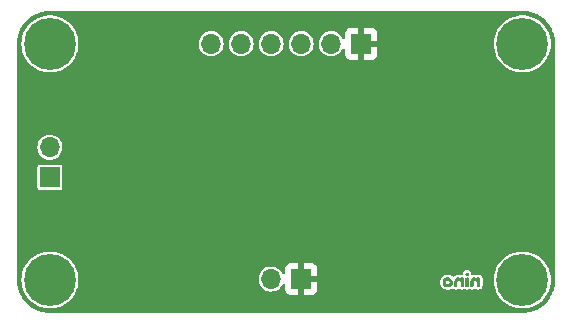
<source format=gbl>
%TF.GenerationSoftware,KiCad,Pcbnew,(6.0.0)*%
%TF.CreationDate,2023-02-05T21:46:31-06:00*%
%TF.ProjectId,drv8212p_eval,64727638-3231-4327-905f-6576616c2e6b,rev?*%
%TF.SameCoordinates,Original*%
%TF.FileFunction,Copper,L2,Bot*%
%TF.FilePolarity,Positive*%
%FSLAX46Y46*%
G04 Gerber Fmt 4.6, Leading zero omitted, Abs format (unit mm)*
G04 Created by KiCad (PCBNEW (6.0.0)) date 2023-02-05 21:46:31*
%MOMM*%
%LPD*%
G01*
G04 APERTURE LIST*
%TA.AperFunction,ComponentPad*%
%ADD10O,1.700000X1.700000*%
%TD*%
%TA.AperFunction,ComponentPad*%
%ADD11R,1.700000X1.700000*%
%TD*%
%TA.AperFunction,ComponentPad*%
%ADD12C,4.400000*%
%TD*%
%TA.AperFunction,ViaPad*%
%ADD13C,0.560000*%
%TD*%
G04 APERTURE END LIST*
G36*
X143678275Y-90620713D02*
G01*
X143575286Y-90608608D01*
X143475869Y-90572294D01*
X143385580Y-90510381D01*
X143309975Y-90421481D01*
X143258778Y-90311745D01*
X143241713Y-90187325D01*
X143242102Y-90184150D01*
X143522700Y-90184150D01*
X143535797Y-90252412D01*
X143575087Y-90301625D01*
X143679862Y-90341313D01*
X143783050Y-90302419D01*
X143821150Y-90254000D01*
X143833850Y-90186531D01*
X143821547Y-90118864D01*
X143784638Y-90069850D01*
X143678275Y-90030162D01*
X143571912Y-90068262D01*
X143535003Y-90116284D01*
X143522700Y-90184150D01*
X143242102Y-90184150D01*
X143256353Y-90067822D01*
X143300274Y-89963311D01*
X143373475Y-89873794D01*
X143465726Y-89805443D01*
X143566797Y-89764433D01*
X143676687Y-89750762D01*
X143786754Y-89764521D01*
X143888354Y-89805796D01*
X143981487Y-89874587D01*
X144055571Y-89964546D01*
X144100021Y-90069321D01*
X144114837Y-90188912D01*
X144097970Y-90309364D01*
X144047369Y-90416719D01*
X143972161Y-90505222D01*
X143881475Y-90569119D01*
X143781462Y-90607814D01*
X143679862Y-90620514D01*
X143678275Y-90620713D01*
G37*
G36*
X144993916Y-89779734D02*
G01*
X145035587Y-89809500D01*
X145050669Y-89849981D01*
X145053050Y-89903162D01*
X145053050Y-90465138D01*
X145050669Y-90519906D01*
X145037175Y-90561975D01*
X144995503Y-90594122D01*
X144914937Y-90604837D01*
X144833578Y-90594122D01*
X144792700Y-90561975D01*
X144777619Y-90521494D01*
X144775237Y-90466725D01*
X144775237Y-90185738D01*
X144736344Y-90085725D01*
X144634744Y-90047625D01*
X144534731Y-90084137D01*
X144497425Y-90185738D01*
X144497425Y-90465138D01*
X144487900Y-90546100D01*
X144446625Y-90590153D01*
X144357725Y-90604837D01*
X144275969Y-90594122D01*
X144233900Y-90561975D01*
X144220406Y-90521494D01*
X144218025Y-90466725D01*
X144218025Y-90187325D01*
X144229755Y-90076817D01*
X144264944Y-89978128D01*
X144323594Y-89891256D01*
X144399882Y-89823787D01*
X144487988Y-89783306D01*
X144587912Y-89769812D01*
X144706975Y-89806325D01*
X144749837Y-89839662D01*
X144778412Y-89871412D01*
X144794287Y-89806325D01*
X144835166Y-89778941D01*
X144913350Y-89769812D01*
X144993916Y-89779734D01*
G37*
G36*
X146360753Y-89779734D02*
G01*
X146402425Y-89809500D01*
X146417506Y-89849981D01*
X146419887Y-89903162D01*
X146419887Y-90465138D01*
X146417506Y-90519906D01*
X146404013Y-90561975D01*
X146362341Y-90594122D01*
X146281775Y-90604837D01*
X146200416Y-90594122D01*
X146159538Y-90561975D01*
X146144456Y-90521494D01*
X146142075Y-90466725D01*
X146142075Y-90185738D01*
X146103181Y-90085725D01*
X146001581Y-90047625D01*
X145901569Y-90084137D01*
X145864263Y-90185738D01*
X145864263Y-90465138D01*
X145854738Y-90546100D01*
X145813462Y-90590153D01*
X145724562Y-90604837D01*
X145642806Y-90594122D01*
X145600737Y-90561975D01*
X145587244Y-90521494D01*
X145584863Y-90466725D01*
X145584863Y-90187325D01*
X145596592Y-90076817D01*
X145631782Y-89978128D01*
X145690431Y-89891256D01*
X145766719Y-89823787D01*
X145854826Y-89783306D01*
X145954750Y-89769812D01*
X146073812Y-89806325D01*
X146116675Y-89839662D01*
X146145250Y-89871412D01*
X146161125Y-89806325D01*
X146202003Y-89778941D01*
X146280188Y-89769812D01*
X146360753Y-89779734D01*
G37*
G36*
X145399919Y-89781719D02*
G01*
X145441987Y-89812675D01*
X145455481Y-89854744D01*
X145457862Y-89909512D01*
X145457862Y-90466725D01*
X145455481Y-90522288D01*
X145441987Y-90563563D01*
X145400316Y-90595709D01*
X145319750Y-90606425D01*
X145238391Y-90596106D01*
X145197512Y-90565150D01*
X145182431Y-90523081D01*
X145180050Y-90468312D01*
X145180050Y-89912687D01*
X145181637Y-89866650D01*
X145210212Y-89798387D01*
X145318162Y-89771400D01*
X145399919Y-89781719D01*
G37*
G36*
X145399919Y-89390003D02*
G01*
X145441987Y-89422150D01*
X145455481Y-89462631D01*
X145457862Y-89517400D01*
X145455481Y-89572169D01*
X145441194Y-89614237D01*
X145399125Y-89647575D01*
X145318956Y-89657100D01*
X145238787Y-89647575D01*
X145196719Y-89615031D01*
X145182431Y-89573756D01*
X145180050Y-89518987D01*
X145182431Y-89464219D01*
X145197512Y-89422150D01*
X145237994Y-89390003D01*
X145318162Y-89379287D01*
X145399919Y-89390003D01*
G37*
D10*
X128732200Y-89916000D03*
D11*
X131272200Y-89916000D03*
D12*
X110000000Y-70000000D03*
D11*
X136350000Y-70000000D03*
D10*
X133810000Y-70000000D03*
X131270000Y-70000000D03*
X128730000Y-70000000D03*
X126190000Y-70000000D03*
X123650000Y-70000000D03*
D11*
X110000000Y-81300000D03*
D10*
X110000000Y-78760000D03*
D12*
X150000000Y-90000000D03*
X150000000Y-70000000D03*
X110000000Y-90000000D03*
D13*
X130000000Y-79500000D03*
X130000000Y-80500000D03*
X133000000Y-77000000D03*
X130000000Y-78400000D03*
%TA.AperFunction,Conductor*%
G36*
X149981102Y-67210161D02*
G01*
X149985800Y-67210169D01*
X149999628Y-67213349D01*
X150013468Y-67210217D01*
X150027656Y-67210242D01*
X150027655Y-67210757D01*
X150036279Y-67210038D01*
X150206584Y-67219602D01*
X150305544Y-67225159D01*
X150319577Y-67226740D01*
X150466942Y-67251779D01*
X150614302Y-67276816D01*
X150628077Y-67279960D01*
X150716678Y-67305485D01*
X150915349Y-67362722D01*
X150928670Y-67367383D01*
X151204870Y-67481789D01*
X151217596Y-67487918D01*
X151479236Y-67632521D01*
X151491201Y-67640039D01*
X151735014Y-67813035D01*
X151746060Y-67821844D01*
X151968965Y-68021043D01*
X151978957Y-68031035D01*
X152178156Y-68253940D01*
X152186965Y-68264986D01*
X152359961Y-68508799D01*
X152367479Y-68520764D01*
X152512082Y-68782404D01*
X152518211Y-68795130D01*
X152632617Y-69071330D01*
X152637278Y-69084651D01*
X152648080Y-69122145D01*
X152720040Y-69371923D01*
X152723184Y-69385698D01*
X152736301Y-69462900D01*
X152757492Y-69587618D01*
X152773259Y-69680419D01*
X152774841Y-69694456D01*
X152780398Y-69793408D01*
X152789930Y-69963144D01*
X152789209Y-69971611D01*
X152789856Y-69971612D01*
X152789831Y-69985797D01*
X152786651Y-69999628D01*
X152789783Y-70013469D01*
X152789776Y-70017438D01*
X152792000Y-70037344D01*
X152792000Y-89962067D01*
X152789839Y-89981102D01*
X152789831Y-89985800D01*
X152786651Y-89999628D01*
X152789783Y-90013468D01*
X152789758Y-90027656D01*
X152789243Y-90027655D01*
X152789962Y-90036279D01*
X152780879Y-90198028D01*
X152777458Y-90258947D01*
X152774841Y-90305540D01*
X152773260Y-90319577D01*
X152765841Y-90363241D01*
X152723184Y-90614302D01*
X152720040Y-90628077D01*
X152699215Y-90700363D01*
X152637278Y-90915349D01*
X152632617Y-90928670D01*
X152518213Y-91204866D01*
X152512082Y-91217596D01*
X152367479Y-91479236D01*
X152359961Y-91491201D01*
X152186965Y-91735014D01*
X152178156Y-91746060D01*
X151978957Y-91968965D01*
X151968965Y-91978957D01*
X151746060Y-92178156D01*
X151735014Y-92186965D01*
X151491201Y-92359961D01*
X151479236Y-92367479D01*
X151217596Y-92512082D01*
X151204870Y-92518211D01*
X150928670Y-92632617D01*
X150915349Y-92637278D01*
X150716678Y-92694515D01*
X150628077Y-92720040D01*
X150614302Y-92723184D01*
X150466941Y-92748222D01*
X150319577Y-92773260D01*
X150305544Y-92774841D01*
X150036855Y-92789930D01*
X150028389Y-92789209D01*
X150028388Y-92789856D01*
X150014203Y-92789831D01*
X150000372Y-92786651D01*
X149986531Y-92789783D01*
X149982562Y-92789776D01*
X149962656Y-92792000D01*
X110037933Y-92792000D01*
X110018898Y-92789839D01*
X110014200Y-92789831D01*
X110000372Y-92786651D01*
X109986532Y-92789783D01*
X109972344Y-92789758D01*
X109972345Y-92789243D01*
X109963721Y-92789962D01*
X109793416Y-92780398D01*
X109694456Y-92774841D01*
X109680423Y-92773260D01*
X109533059Y-92748222D01*
X109385698Y-92723184D01*
X109371923Y-92720040D01*
X109283322Y-92694515D01*
X109084651Y-92637278D01*
X109071330Y-92632617D01*
X108795130Y-92518211D01*
X108782404Y-92512082D01*
X108520764Y-92367479D01*
X108508799Y-92359961D01*
X108264986Y-92186965D01*
X108253940Y-92178156D01*
X108031035Y-91978957D01*
X108021043Y-91968965D01*
X107821844Y-91746060D01*
X107813035Y-91735014D01*
X107640039Y-91491201D01*
X107632521Y-91479236D01*
X107487918Y-91217596D01*
X107481787Y-91204866D01*
X107367383Y-90928670D01*
X107362722Y-90915349D01*
X107300785Y-90700363D01*
X107279960Y-90628077D01*
X107276816Y-90614302D01*
X107234159Y-90363241D01*
X107226740Y-90319577D01*
X107225159Y-90305540D01*
X107222543Y-90258948D01*
X107210070Y-90036855D01*
X107210791Y-90028389D01*
X107210144Y-90028388D01*
X107210169Y-90014203D01*
X107213349Y-90000372D01*
X107213265Y-90000000D01*
X107586738Y-90000000D01*
X107605767Y-90302462D01*
X107662555Y-90600154D01*
X107684566Y-90667896D01*
X107754655Y-90883606D01*
X107756206Y-90888381D01*
X107757893Y-90891967D01*
X107757895Y-90891971D01*
X107766048Y-90909296D01*
X107885242Y-91162598D01*
X108047630Y-91418480D01*
X108240808Y-91651992D01*
X108461729Y-91859450D01*
X108706910Y-92037584D01*
X108972483Y-92183585D01*
X108976152Y-92185038D01*
X108976157Y-92185040D01*
X109250591Y-92293696D01*
X109254261Y-92295149D01*
X109547800Y-92370516D01*
X109848470Y-92408500D01*
X110151530Y-92408500D01*
X110452200Y-92370516D01*
X110745739Y-92295149D01*
X110749409Y-92293696D01*
X111023843Y-92185040D01*
X111023848Y-92185038D01*
X111027517Y-92183585D01*
X111293090Y-92037584D01*
X111538271Y-91859450D01*
X111759192Y-91651992D01*
X111952370Y-91418480D01*
X112114758Y-91162598D01*
X112233952Y-90909296D01*
X112242105Y-90891971D01*
X112242107Y-90891967D01*
X112243794Y-90888381D01*
X112245346Y-90883606D01*
X112315434Y-90667896D01*
X112337445Y-90600154D01*
X112394233Y-90302462D01*
X112413262Y-90000000D01*
X112407043Y-89901150D01*
X127668682Y-89901150D01*
X127669198Y-89907294D01*
X127683998Y-90083539D01*
X127686052Y-90108004D01*
X127743269Y-90307545D01*
X127746087Y-90313027D01*
X127746088Y-90313031D01*
X127789213Y-90396943D01*
X127838155Y-90492173D01*
X127841986Y-90497007D01*
X127841987Y-90497008D01*
X127865446Y-90526606D01*
X127967094Y-90654854D01*
X127971781Y-90658843D01*
X127971784Y-90658846D01*
X128118886Y-90784039D01*
X128125176Y-90789392D01*
X128306380Y-90890664D01*
X128503803Y-90954810D01*
X128709925Y-90979389D01*
X128716060Y-90978917D01*
X128716062Y-90978917D01*
X128910755Y-90963936D01*
X128910760Y-90963935D01*
X128916896Y-90963463D01*
X128922826Y-90961807D01*
X128922828Y-90961807D01*
X129064902Y-90922139D01*
X129116832Y-90907640D01*
X129146670Y-90892568D01*
X129296616Y-90816825D01*
X129296618Y-90816824D01*
X129302117Y-90814046D01*
X129452106Y-90696862D01*
X129460834Y-90690043D01*
X129460835Y-90690042D01*
X129465695Y-90686245D01*
X129591038Y-90541033D01*
X129597309Y-90533768D01*
X129597309Y-90533767D01*
X129601333Y-90529106D01*
X129608817Y-90515933D01*
X129678645Y-90393013D01*
X129729684Y-90343662D01*
X129799302Y-90329740D01*
X129865396Y-90355666D01*
X129906981Y-90413209D01*
X129914201Y-90455250D01*
X129914201Y-90810669D01*
X129914571Y-90817490D01*
X129920095Y-90868352D01*
X129923721Y-90883604D01*
X129968876Y-91004054D01*
X129977414Y-91019649D01*
X130053915Y-91121724D01*
X130066476Y-91134285D01*
X130168551Y-91210786D01*
X130184146Y-91219324D01*
X130304594Y-91264478D01*
X130319849Y-91268105D01*
X130370714Y-91273631D01*
X130377528Y-91274000D01*
X131000085Y-91274000D01*
X131015324Y-91269525D01*
X131016529Y-91268135D01*
X131018200Y-91260452D01*
X131018200Y-91255884D01*
X131526200Y-91255884D01*
X131530675Y-91271123D01*
X131532065Y-91272328D01*
X131539748Y-91273999D01*
X132166869Y-91273999D01*
X132173690Y-91273629D01*
X132224552Y-91268105D01*
X132239804Y-91264479D01*
X132360254Y-91219324D01*
X132375849Y-91210786D01*
X132477924Y-91134285D01*
X132490485Y-91121724D01*
X132566986Y-91019649D01*
X132575524Y-91004054D01*
X132620678Y-90883606D01*
X132624305Y-90868351D01*
X132629831Y-90817486D01*
X132630200Y-90810672D01*
X132630200Y-90188115D01*
X132629376Y-90185308D01*
X143032405Y-90185308D01*
X143032748Y-90188649D01*
X143032431Y-90192175D01*
X143033082Y-90196922D01*
X143033082Y-90196926D01*
X143033191Y-90197719D01*
X143033400Y-90199239D01*
X143034847Y-90209792D01*
X143035356Y-90214035D01*
X143039645Y-90255783D01*
X143036990Y-90256056D01*
X143037134Y-90259558D01*
X143041588Y-90258947D01*
X143041589Y-90258948D01*
X143047301Y-90300589D01*
X143047330Y-90301056D01*
X143045449Y-90308808D01*
X143048413Y-90322681D01*
X143048413Y-90322684D01*
X143052791Y-90343173D01*
X143054403Y-90352370D01*
X143055894Y-90363241D01*
X143058388Y-90369857D01*
X143058468Y-90370171D01*
X143058571Y-90370614D01*
X143058802Y-90371303D01*
X143060291Y-90378270D01*
X143063305Y-90384729D01*
X143063305Y-90384730D01*
X143064886Y-90388118D01*
X143068602Y-90396943D01*
X143080889Y-90429531D01*
X143086787Y-90435156D01*
X143087049Y-90435623D01*
X143103357Y-90470578D01*
X143098965Y-90472627D01*
X143101284Y-90476332D01*
X143103495Y-90475185D01*
X143122168Y-90511164D01*
X143124517Y-90515933D01*
X143131394Y-90530672D01*
X143134100Y-90534153D01*
X143136216Y-90538230D01*
X143146700Y-90550558D01*
X143150173Y-90554829D01*
X143174876Y-90586607D01*
X143173281Y-90587847D01*
X143175835Y-90591585D01*
X143179175Y-90588744D01*
X143199133Y-90612211D01*
X143195370Y-90615411D01*
X143198342Y-90618150D01*
X143200371Y-90616283D01*
X143228194Y-90646529D01*
X143231445Y-90650204D01*
X143242323Y-90662996D01*
X143245582Y-90665431D01*
X143248459Y-90668559D01*
X143262241Y-90678010D01*
X143266385Y-90680978D01*
X143299074Y-90705406D01*
X143297737Y-90707195D01*
X143300938Y-90709908D01*
X143303439Y-90706260D01*
X143321332Y-90718530D01*
X143319206Y-90721631D01*
X143321510Y-90722760D01*
X143322746Y-90720857D01*
X143322747Y-90720858D01*
X143359270Y-90744590D01*
X143361837Y-90746305D01*
X143373281Y-90754153D01*
X143373284Y-90754155D01*
X143377578Y-90757099D01*
X143379984Y-90758051D01*
X143382306Y-90759560D01*
X143400138Y-90766074D01*
X143403233Y-90767252D01*
X143443453Y-90783167D01*
X143442295Y-90786093D01*
X143444791Y-90787262D01*
X143446363Y-90782958D01*
X143460081Y-90787969D01*
X143458849Y-90791341D01*
X143459589Y-90791486D01*
X143460642Y-90788537D01*
X143504983Y-90804373D01*
X143505751Y-90804650D01*
X143525948Y-90812028D01*
X143526674Y-90812120D01*
X143527534Y-90812427D01*
X143534152Y-90813205D01*
X143548800Y-90814927D01*
X143549913Y-90815063D01*
X143596232Y-90820927D01*
X143595693Y-90825187D01*
X143596616Y-90825361D01*
X143597174Y-90820612D01*
X143608562Y-90821951D01*
X143608107Y-90825818D01*
X143609741Y-90825783D01*
X143610039Y-90822856D01*
X143623389Y-90824213D01*
X143623259Y-90825493D01*
X143625924Y-90825436D01*
X143632232Y-90828478D01*
X143646417Y-90828490D01*
X143646420Y-90828491D01*
X143657016Y-90828500D01*
X143671343Y-90829345D01*
X143671461Y-90829344D01*
X143677283Y-90830028D01*
X143678901Y-90829854D01*
X143680705Y-90830037D01*
X143686708Y-90829284D01*
X143688461Y-90829293D01*
X143690765Y-90829150D01*
X143690894Y-90829114D01*
X143691459Y-90829107D01*
X143700638Y-90828538D01*
X143712942Y-90828549D01*
X143712944Y-90828549D01*
X143727129Y-90828561D01*
X143737151Y-90823749D01*
X143739965Y-90823279D01*
X143747716Y-90822444D01*
X143748119Y-90826184D01*
X143749901Y-90826102D01*
X143749320Y-90821450D01*
X143762201Y-90819840D01*
X143762662Y-90823530D01*
X143764539Y-90823005D01*
X143764172Y-90820461D01*
X143808403Y-90814086D01*
X143810696Y-90813778D01*
X143817808Y-90812889D01*
X143830529Y-90811299D01*
X143832359Y-90810634D01*
X143834475Y-90810329D01*
X143839917Y-90808224D01*
X143839919Y-90808223D01*
X143853058Y-90803139D01*
X143855483Y-90802229D01*
X143882535Y-90792397D01*
X143897114Y-90787098D01*
X143898323Y-90790426D01*
X143900368Y-90789821D01*
X143898690Y-90785484D01*
X143914162Y-90779498D01*
X143915541Y-90783062D01*
X143917225Y-90782117D01*
X143916206Y-90779621D01*
X143916508Y-90779498D01*
X143946488Y-90767252D01*
X143957493Y-90762757D01*
X143959670Y-90761891D01*
X143973094Y-90756697D01*
X143978398Y-90754645D01*
X143980003Y-90753562D01*
X143981960Y-90752763D01*
X143986770Y-90749374D01*
X143987723Y-90748703D01*
X143988696Y-90748372D01*
X143989419Y-90747994D01*
X143989979Y-90747457D01*
X143994043Y-90745233D01*
X143994651Y-90746344D01*
X144054931Y-90725821D01*
X144123841Y-90742907D01*
X144145233Y-90759743D01*
X144149104Y-90762283D01*
X144158939Y-90772509D01*
X144192166Y-90784877D01*
X144200518Y-90788333D01*
X144232759Y-90803050D01*
X144246945Y-90802762D01*
X144246946Y-90802762D01*
X144251606Y-90802667D01*
X144255042Y-90802597D01*
X144273971Y-90803639D01*
X144290793Y-90805844D01*
X144290994Y-90805886D01*
X144297413Y-90809484D01*
X144311576Y-90810368D01*
X144333526Y-90811738D01*
X144342047Y-90812561D01*
X144344552Y-90812889D01*
X144353946Y-90814120D01*
X144360550Y-90813497D01*
X144361067Y-90813518D01*
X144361527Y-90813485D01*
X144368305Y-90813908D01*
X144380068Y-90811965D01*
X144388766Y-90810839D01*
X144424479Y-90807474D01*
X144430929Y-90803586D01*
X144431192Y-90803521D01*
X144476890Y-90795973D01*
X144479417Y-90795582D01*
X144509264Y-90791273D01*
X144509266Y-90791272D01*
X144523307Y-90789245D01*
X144535083Y-90781328D01*
X144535796Y-90781053D01*
X144555481Y-90770555D01*
X144556105Y-90770117D01*
X144569239Y-90764749D01*
X144572069Y-90761614D01*
X144631862Y-90741358D01*
X144706211Y-90761943D01*
X144706609Y-90762205D01*
X144716436Y-90772435D01*
X144747575Y-90784048D01*
X144757423Y-90788206D01*
X144787466Y-90802428D01*
X144801658Y-90802337D01*
X144811984Y-90802271D01*
X144829236Y-90803346D01*
X144844733Y-90805387D01*
X144844082Y-90810330D01*
X144847944Y-90810371D01*
X144848216Y-90807484D01*
X144861558Y-90808739D01*
X144889435Y-90811362D01*
X144894084Y-90811887D01*
X144904011Y-90813194D01*
X144904012Y-90813194D01*
X144906385Y-90813507D01*
X144906386Y-90813507D01*
X144906686Y-90813546D01*
X144911027Y-90814118D01*
X144914888Y-90813757D01*
X144918932Y-90814137D01*
X144925998Y-90813197D01*
X144926001Y-90813197D01*
X144935758Y-90811899D01*
X144940622Y-90811348D01*
X144971361Y-90808471D01*
X144981566Y-90807516D01*
X144981785Y-90809855D01*
X144985793Y-90809727D01*
X144985207Y-90805323D01*
X144985209Y-90805322D01*
X144998055Y-90803614D01*
X145016863Y-90802533D01*
X145021068Y-90802607D01*
X145025119Y-90802678D01*
X145025120Y-90802678D01*
X145039306Y-90802926D01*
X145052200Y-90796996D01*
X145062286Y-90792358D01*
X145132532Y-90782067D01*
X145166753Y-90791982D01*
X145183160Y-90799385D01*
X145183162Y-90799385D01*
X145196093Y-90805220D01*
X145210274Y-90804870D01*
X145218337Y-90804671D01*
X145237299Y-90805634D01*
X145249994Y-90807244D01*
X145249352Y-90812309D01*
X145252723Y-90812336D01*
X145253030Y-90809073D01*
X145295066Y-90813027D01*
X145299093Y-90813471D01*
X145304210Y-90814120D01*
X145309822Y-90814832D01*
X145309824Y-90814832D01*
X145310341Y-90814898D01*
X145310342Y-90814898D01*
X145312259Y-90815141D01*
X145312260Y-90815141D01*
X145316841Y-90815722D01*
X145320201Y-90815391D01*
X145323748Y-90815725D01*
X145341378Y-90813380D01*
X145345615Y-90812890D01*
X145387347Y-90808783D01*
X145387607Y-90811428D01*
X145391127Y-90811298D01*
X145390534Y-90806843D01*
X145390537Y-90806842D01*
X145402861Y-90805202D01*
X145421680Y-90804120D01*
X145444118Y-90804513D01*
X145470714Y-90792282D01*
X145540961Y-90781993D01*
X145575679Y-90792133D01*
X145584090Y-90795972D01*
X145599596Y-90803050D01*
X145613782Y-90802762D01*
X145613783Y-90802762D01*
X145618443Y-90802667D01*
X145621879Y-90802597D01*
X145640808Y-90803639D01*
X145657630Y-90805844D01*
X145657831Y-90805886D01*
X145664250Y-90809484D01*
X145678413Y-90810368D01*
X145700363Y-90811738D01*
X145708884Y-90812561D01*
X145711389Y-90812889D01*
X145720783Y-90814120D01*
X145727387Y-90813497D01*
X145727904Y-90813518D01*
X145728364Y-90813485D01*
X145735142Y-90813908D01*
X145746905Y-90811965D01*
X145755603Y-90810839D01*
X145791316Y-90807474D01*
X145797767Y-90803585D01*
X145798030Y-90803520D01*
X145843755Y-90795968D01*
X145846158Y-90795595D01*
X145890142Y-90789246D01*
X145901915Y-90781331D01*
X145902626Y-90781057D01*
X145922312Y-90770559D01*
X145922941Y-90770117D01*
X145936076Y-90764749D01*
X145938906Y-90761614D01*
X145998695Y-90741357D01*
X146073049Y-90761942D01*
X146073445Y-90762202D01*
X146083274Y-90772435D01*
X146114413Y-90784048D01*
X146124261Y-90788206D01*
X146154304Y-90802428D01*
X146168496Y-90802337D01*
X146178822Y-90802271D01*
X146196074Y-90803346D01*
X146211571Y-90805387D01*
X146210920Y-90810330D01*
X146214782Y-90810371D01*
X146215054Y-90807484D01*
X146228396Y-90808739D01*
X146256273Y-90811362D01*
X146260922Y-90811887D01*
X146270849Y-90813194D01*
X146270850Y-90813194D01*
X146273223Y-90813507D01*
X146273224Y-90813507D01*
X146273524Y-90813546D01*
X146277865Y-90814118D01*
X146281726Y-90813757D01*
X146285770Y-90814137D01*
X146292836Y-90813197D01*
X146292839Y-90813197D01*
X146302596Y-90811899D01*
X146307460Y-90811348D01*
X146338199Y-90808471D01*
X146348404Y-90807516D01*
X146348623Y-90809855D01*
X146352631Y-90809727D01*
X146352045Y-90805323D01*
X146352047Y-90805322D01*
X146364893Y-90803614D01*
X146383701Y-90802533D01*
X146387906Y-90802607D01*
X146391957Y-90802678D01*
X146391958Y-90802678D01*
X146406144Y-90802926D01*
X146419035Y-90796997D01*
X146419037Y-90796997D01*
X146437943Y-90788302D01*
X146446614Y-90784700D01*
X146466099Y-90777443D01*
X146479399Y-90772490D01*
X146489232Y-90762263D01*
X146489235Y-90762261D01*
X146495149Y-90756109D01*
X146509021Y-90743668D01*
X146521592Y-90733971D01*
X146528882Y-90728751D01*
X146546735Y-90716904D01*
X146546736Y-90716903D01*
X146558558Y-90709058D01*
X146569714Y-90690294D01*
X146580799Y-90674532D01*
X146585666Y-90668629D01*
X146585668Y-90668625D01*
X146594693Y-90657678D01*
X146601482Y-90630043D01*
X146604626Y-90621874D01*
X146605374Y-90621017D01*
X146616222Y-90581740D01*
X146617693Y-90576809D01*
X146620569Y-90567841D01*
X146620569Y-90567840D01*
X146622730Y-90561103D01*
X146623098Y-90556843D01*
X146624283Y-90552551D01*
X146624994Y-90536198D01*
X146625341Y-90530844D01*
X146625910Y-90524261D01*
X146628822Y-90490519D01*
X146628822Y-90490518D01*
X146629903Y-90490611D01*
X146630283Y-90488053D01*
X146627887Y-90488053D01*
X146627887Y-90472388D01*
X146628006Y-90466915D01*
X146628402Y-90457815D01*
X146628402Y-90457812D01*
X146628709Y-90450745D01*
X146627897Y-90446306D01*
X146627887Y-90446002D01*
X146627887Y-90000000D01*
X147586738Y-90000000D01*
X147605767Y-90302462D01*
X147662555Y-90600154D01*
X147684566Y-90667896D01*
X147754655Y-90883606D01*
X147756206Y-90888381D01*
X147757893Y-90891967D01*
X147757895Y-90891971D01*
X147766048Y-90909296D01*
X147885242Y-91162598D01*
X148047630Y-91418480D01*
X148240808Y-91651992D01*
X148461729Y-91859450D01*
X148706910Y-92037584D01*
X148972483Y-92183585D01*
X148976152Y-92185038D01*
X148976157Y-92185040D01*
X149250591Y-92293696D01*
X149254261Y-92295149D01*
X149547800Y-92370516D01*
X149848470Y-92408500D01*
X150151530Y-92408500D01*
X150452200Y-92370516D01*
X150745739Y-92295149D01*
X150749409Y-92293696D01*
X151023843Y-92185040D01*
X151023848Y-92185038D01*
X151027517Y-92183585D01*
X151293090Y-92037584D01*
X151538271Y-91859450D01*
X151759192Y-91651992D01*
X151952370Y-91418480D01*
X152114758Y-91162598D01*
X152233952Y-90909296D01*
X152242105Y-90891971D01*
X152242107Y-90891967D01*
X152243794Y-90888381D01*
X152245346Y-90883606D01*
X152315434Y-90667896D01*
X152337445Y-90600154D01*
X152394233Y-90302462D01*
X152413262Y-90000000D01*
X152394233Y-89697538D01*
X152337445Y-89399846D01*
X152268594Y-89187945D01*
X152245020Y-89115392D01*
X152245020Y-89115391D01*
X152243794Y-89111619D01*
X152114758Y-88837402D01*
X151952370Y-88581520D01*
X151947900Y-88576116D01*
X151893930Y-88510879D01*
X151759192Y-88348008D01*
X151538271Y-88140550D01*
X151293090Y-87962416D01*
X151027517Y-87816415D01*
X151023848Y-87814962D01*
X151023843Y-87814960D01*
X150749409Y-87706304D01*
X150749408Y-87706304D01*
X150745739Y-87704851D01*
X150452200Y-87629484D01*
X150151530Y-87591500D01*
X149848470Y-87591500D01*
X149547800Y-87629484D01*
X149254261Y-87704851D01*
X149250592Y-87706304D01*
X149250591Y-87706304D01*
X148976157Y-87814960D01*
X148976152Y-87814962D01*
X148972483Y-87816415D01*
X148706910Y-87962416D01*
X148461729Y-88140550D01*
X148240808Y-88348008D01*
X148106070Y-88510879D01*
X148052101Y-88576116D01*
X148047630Y-88581520D01*
X147885242Y-88837402D01*
X147756206Y-89111619D01*
X147754980Y-89115391D01*
X147754980Y-89115392D01*
X147731406Y-89187945D01*
X147662555Y-89399846D01*
X147605767Y-89697538D01*
X147586738Y-90000000D01*
X146627887Y-90000000D01*
X146627887Y-89922404D01*
X146627900Y-89922030D01*
X146628736Y-89917468D01*
X146628013Y-89901320D01*
X146627887Y-89895684D01*
X146627887Y-89879713D01*
X146627793Y-89879301D01*
X146627767Y-89876477D01*
X146629919Y-89869938D01*
X146625599Y-89837049D01*
X146624653Y-89826279D01*
X146624565Y-89824321D01*
X146624249Y-89817252D01*
X146622369Y-89810433D01*
X146622041Y-89808361D01*
X146621597Y-89806576D01*
X146620670Y-89799513D01*
X146618183Y-89792839D01*
X146618181Y-89792829D01*
X146617551Y-89791139D01*
X146614156Y-89780644D01*
X146609190Y-89762633D01*
X146605419Y-89748954D01*
X146601374Y-89744319D01*
X146597307Y-89734273D01*
X146589631Y-89707169D01*
X146574109Y-89689632D01*
X146563127Y-89675266D01*
X146558063Y-89667552D01*
X146558062Y-89667551D01*
X146550274Y-89655687D01*
X146520828Y-89637982D01*
X146512545Y-89632545D01*
X146505775Y-89627709D01*
X146488885Y-89613231D01*
X146476392Y-89600442D01*
X146439243Y-89586942D01*
X146433681Y-89584770D01*
X146410298Y-89574995D01*
X146410297Y-89574995D01*
X146397206Y-89569522D01*
X146383039Y-89570268D01*
X146383035Y-89570267D01*
X146379068Y-89570476D01*
X146357052Y-89569706D01*
X146351342Y-89569003D01*
X146351783Y-89565422D01*
X146350450Y-89565465D01*
X146350142Y-89568257D01*
X146327226Y-89565731D01*
X146304650Y-89563242D01*
X146303151Y-89563068D01*
X146282339Y-89560505D01*
X146281027Y-89560639D01*
X146279539Y-89560475D01*
X146258842Y-89562892D01*
X146257043Y-89563088D01*
X146211859Y-89567701D01*
X146211652Y-89565674D01*
X146193146Y-89567921D01*
X146186385Y-89568873D01*
X146172245Y-89567678D01*
X146139096Y-89580315D01*
X146138154Y-89580674D01*
X146067377Y-89586249D01*
X146056296Y-89583391D01*
X146054677Y-89582894D01*
X146041565Y-89577054D01*
X146033230Y-89574328D01*
X146021065Y-89567031D01*
X145995173Y-89564648D01*
X145995405Y-89562130D01*
X145993450Y-89562279D01*
X145993318Y-89564078D01*
X145985584Y-89563510D01*
X145973032Y-89562589D01*
X145970786Y-89562403D01*
X145950334Y-89560520D01*
X145950332Y-89560520D01*
X145950521Y-89558467D01*
X145949046Y-89558067D01*
X145948600Y-89558135D01*
X145948406Y-89560780D01*
X145922660Y-89558890D01*
X145909459Y-89564090D01*
X145901242Y-89565340D01*
X145886805Y-89569099D01*
X145866689Y-89571816D01*
X145866384Y-89571834D01*
X145859009Y-89569998D01*
X145823988Y-89577268D01*
X145815264Y-89578761D01*
X145807148Y-89579857D01*
X145736966Y-89569151D01*
X145683711Y-89522199D01*
X145664866Y-89467032D01*
X145663357Y-89451318D01*
X145662900Y-89444753D01*
X145662573Y-89437235D01*
X145662266Y-89430170D01*
X145660820Y-89424899D01*
X145660280Y-89419275D01*
X145655696Y-89405524D01*
X145653720Y-89399016D01*
X145645419Y-89368752D01*
X145645418Y-89368750D01*
X145643525Y-89361848D01*
X145642149Y-89360267D01*
X145638740Y-89351421D01*
X145635820Y-89339679D01*
X145632396Y-89325909D01*
X145617723Y-89308213D01*
X145607038Y-89293218D01*
X145602476Y-89285710D01*
X145595107Y-89273583D01*
X145583210Y-89265853D01*
X145583208Y-89265851D01*
X145565948Y-89254637D01*
X145558092Y-89249095D01*
X145546498Y-89240235D01*
X145532189Y-89227463D01*
X145526784Y-89221843D01*
X145516950Y-89211618D01*
X145503658Y-89206670D01*
X145503655Y-89206668D01*
X145483729Y-89199251D01*
X145475396Y-89195804D01*
X145443132Y-89181076D01*
X145428948Y-89181364D01*
X145428947Y-89181364D01*
X145424632Y-89181452D01*
X145420853Y-89181529D01*
X145401922Y-89180486D01*
X145388234Y-89178692D01*
X145388232Y-89178691D01*
X145388878Y-89173761D01*
X145385018Y-89173722D01*
X145384750Y-89176596D01*
X145343527Y-89172745D01*
X145338897Y-89172226D01*
X145331916Y-89171311D01*
X145328949Y-89170922D01*
X145328948Y-89170922D01*
X145321943Y-89170004D01*
X145318078Y-89170368D01*
X145314029Y-89169990D01*
X145297188Y-89172241D01*
X145292348Y-89172793D01*
X145262767Y-89175579D01*
X145251409Y-89176649D01*
X145251189Y-89174313D01*
X145247179Y-89174443D01*
X145247768Y-89178845D01*
X145247765Y-89178846D01*
X145233076Y-89180810D01*
X145215954Y-89181920D01*
X145191260Y-89181835D01*
X145162010Y-89195789D01*
X145161700Y-89195937D01*
X145151502Y-89200262D01*
X145120818Y-89211712D01*
X145103510Y-89229737D01*
X145090988Y-89241135D01*
X145083790Y-89246851D01*
X145071515Y-89255459D01*
X145048032Y-89269922D01*
X145031908Y-89295064D01*
X145024188Y-89305813D01*
X145016758Y-89315089D01*
X145005505Y-89329137D01*
X145001106Y-89348199D01*
X144996190Y-89361245D01*
X144994563Y-89363108D01*
X144985232Y-89396893D01*
X144982392Y-89405856D01*
X144978719Y-89416102D01*
X144977872Y-89423132D01*
X144977739Y-89423695D01*
X144977667Y-89423976D01*
X144977553Y-89424700D01*
X144975654Y-89431574D01*
X144975345Y-89438696D01*
X144975344Y-89438699D01*
X144975187Y-89442324D01*
X144974400Y-89451943D01*
X144973942Y-89455741D01*
X144945928Y-89520977D01*
X144887092Y-89560712D01*
X144861653Y-89566003D01*
X144845021Y-89567701D01*
X144845020Y-89567702D01*
X144845018Y-89567702D01*
X144844811Y-89565673D01*
X144826343Y-89567916D01*
X144819547Y-89568873D01*
X144805409Y-89567678D01*
X144792152Y-89572732D01*
X144792151Y-89572732D01*
X144771317Y-89580674D01*
X144700540Y-89586249D01*
X144689547Y-89583418D01*
X144687927Y-89582922D01*
X144674780Y-89577071D01*
X144666391Y-89574328D01*
X144654227Y-89567031D01*
X144628335Y-89564648D01*
X144628567Y-89562130D01*
X144626608Y-89562279D01*
X144626476Y-89564078D01*
X144614678Y-89563212D01*
X144606211Y-89562590D01*
X144603957Y-89562404D01*
X144583497Y-89560520D01*
X144583686Y-89558468D01*
X144582207Y-89558067D01*
X144581761Y-89558135D01*
X144581567Y-89560780D01*
X144555821Y-89558890D01*
X144542620Y-89564090D01*
X144534404Y-89565340D01*
X144519967Y-89569099D01*
X144499851Y-89571816D01*
X144499546Y-89571834D01*
X144492170Y-89569998D01*
X144478276Y-89572882D01*
X144478275Y-89572882D01*
X144457159Y-89577265D01*
X144448415Y-89578761D01*
X144443923Y-89579368D01*
X144443918Y-89579369D01*
X144436914Y-89580315D01*
X144430526Y-89582708D01*
X144429956Y-89582839D01*
X144429453Y-89583016D01*
X144422623Y-89584434D01*
X144412154Y-89589244D01*
X144403808Y-89592720D01*
X144370572Y-89605173D01*
X144365195Y-89610788D01*
X144364870Y-89610968D01*
X144349652Y-89617960D01*
X144349475Y-89618025D01*
X144342188Y-89618387D01*
X144329729Y-89625163D01*
X144329728Y-89625163D01*
X144310325Y-89635715D01*
X144302740Y-89639516D01*
X144291735Y-89644572D01*
X144286511Y-89648585D01*
X144286076Y-89648834D01*
X144285712Y-89649101D01*
X144279789Y-89652322D01*
X144273906Y-89657525D01*
X144270804Y-89660268D01*
X144264086Y-89665808D01*
X144235549Y-89687727D01*
X144232813Y-89684165D01*
X144196087Y-89708926D01*
X144125107Y-89710488D01*
X144093644Y-89694877D01*
X144090704Y-89693517D01*
X144090443Y-89693289D01*
X144080923Y-89688565D01*
X144071070Y-89680956D01*
X144073199Y-89678200D01*
X144071525Y-89676735D01*
X144068768Y-89680468D01*
X144047978Y-89665112D01*
X144050237Y-89662053D01*
X144048026Y-89660866D01*
X144046678Y-89662787D01*
X144010943Y-89637710D01*
X144008458Y-89635921D01*
X144004846Y-89633253D01*
X143993072Y-89624556D01*
X143990757Y-89623544D01*
X143988536Y-89621986D01*
X143970841Y-89614798D01*
X143967897Y-89613557D01*
X143928151Y-89596191D01*
X143929426Y-89593273D01*
X143927025Y-89592044D01*
X143925298Y-89596296D01*
X143905428Y-89588223D01*
X143907300Y-89583617D01*
X143903743Y-89582638D01*
X143902719Y-89585440D01*
X143863556Y-89571127D01*
X143859391Y-89569520D01*
X143849872Y-89565653D01*
X143849869Y-89565652D01*
X143848231Y-89564987D01*
X143848230Y-89564986D01*
X143847360Y-89564632D01*
X143847355Y-89564631D01*
X143843316Y-89562990D01*
X143839656Y-89562393D01*
X143836005Y-89561059D01*
X143820786Y-89559157D01*
X143818892Y-89558920D01*
X143814245Y-89558251D01*
X143773393Y-89551591D01*
X143773788Y-89549167D01*
X143770039Y-89548317D01*
X143769486Y-89552744D01*
X143747187Y-89549956D01*
X143747638Y-89546348D01*
X143745352Y-89546412D01*
X143745119Y-89548686D01*
X143701332Y-89544193D01*
X143698598Y-89543883D01*
X143690827Y-89542911D01*
X143684572Y-89542129D01*
X143684570Y-89542129D01*
X143679219Y-89541460D01*
X143676931Y-89541689D01*
X143674461Y-89541436D01*
X143655189Y-89543834D01*
X143652268Y-89544162D01*
X143621165Y-89547279D01*
X143608726Y-89548526D01*
X143608395Y-89545219D01*
X143605923Y-89545314D01*
X143606492Y-89549892D01*
X143584361Y-89552645D01*
X143583733Y-89547594D01*
X143580131Y-89548499D01*
X143580619Y-89551532D01*
X143539490Y-89558145D01*
X143535047Y-89558779D01*
X143524862Y-89560046D01*
X143524859Y-89560047D01*
X143523057Y-89560271D01*
X143523056Y-89560271D01*
X143522147Y-89560384D01*
X143522146Y-89560384D01*
X143517849Y-89560919D01*
X143514350Y-89562188D01*
X143510491Y-89562809D01*
X143494482Y-89569305D01*
X143490126Y-89570977D01*
X143451249Y-89585082D01*
X143450415Y-89582784D01*
X143446714Y-89583875D01*
X143448390Y-89588007D01*
X143428851Y-89595935D01*
X143426890Y-89591102D01*
X143424489Y-89592407D01*
X143425983Y-89595829D01*
X143386325Y-89613143D01*
X143383289Y-89614422D01*
X143365793Y-89621521D01*
X143363555Y-89623084D01*
X143360887Y-89624249D01*
X143345796Y-89635430D01*
X143343027Y-89637423D01*
X143307713Y-89662091D01*
X143307712Y-89662092D01*
X143305959Y-89659582D01*
X143303493Y-89661089D01*
X143306212Y-89664759D01*
X143285883Y-89679821D01*
X143283677Y-89676843D01*
X143282095Y-89678428D01*
X143283559Y-89680318D01*
X143248717Y-89707320D01*
X143246547Y-89708964D01*
X143235198Y-89717373D01*
X143235191Y-89717379D01*
X143230807Y-89720628D01*
X143229340Y-89722339D01*
X143227417Y-89723829D01*
X143215106Y-89738884D01*
X143213214Y-89741143D01*
X143184687Y-89774409D01*
X143182141Y-89772226D01*
X143180452Y-89773967D01*
X143184027Y-89776891D01*
X143165063Y-89800082D01*
X143159169Y-89803289D01*
X143150890Y-89814792D01*
X143137405Y-89833527D01*
X143132678Y-89839685D01*
X143124412Y-89849793D01*
X143121692Y-89855266D01*
X143121486Y-89855569D01*
X143121337Y-89855850D01*
X143117675Y-89860938D01*
X143114914Y-89867507D01*
X143114914Y-89867508D01*
X143112651Y-89872893D01*
X143109329Y-89880146D01*
X143092884Y-89913238D01*
X143092797Y-89920126D01*
X143092782Y-89920171D01*
X143080881Y-89948490D01*
X143076455Y-89946630D01*
X143075103Y-89951616D01*
X143076987Y-89952299D01*
X143066012Y-89982562D01*
X143063611Y-89989181D01*
X143061326Y-89995022D01*
X143055513Y-90008854D01*
X143054612Y-90013993D01*
X143052770Y-90019072D01*
X143051904Y-90026138D01*
X143051902Y-90026147D01*
X143050956Y-90033868D01*
X143049999Y-90040299D01*
X143043278Y-90078636D01*
X143041779Y-90078373D01*
X143040543Y-90083539D01*
X143044808Y-90084061D01*
X143040601Y-90118406D01*
X143035578Y-90117791D01*
X143035558Y-90121139D01*
X143038795Y-90121430D01*
X143035011Y-90163499D01*
X143034587Y-90167497D01*
X143032405Y-90185308D01*
X132629376Y-90185308D01*
X132625725Y-90172876D01*
X132624335Y-90171671D01*
X132616652Y-90170000D01*
X131544315Y-90170000D01*
X131529076Y-90174475D01*
X131527871Y-90175865D01*
X131526200Y-90183548D01*
X131526200Y-91255884D01*
X131018200Y-91255884D01*
X131018200Y-89643885D01*
X131526200Y-89643885D01*
X131530675Y-89659124D01*
X131532065Y-89660329D01*
X131539748Y-89662000D01*
X132612084Y-89662000D01*
X132627323Y-89657525D01*
X132628528Y-89656135D01*
X132630199Y-89648452D01*
X132630199Y-89021331D01*
X132629829Y-89014510D01*
X132624305Y-88963648D01*
X132620679Y-88948396D01*
X132575524Y-88827946D01*
X132566986Y-88812351D01*
X132490485Y-88710276D01*
X132477924Y-88697715D01*
X132375849Y-88621214D01*
X132360254Y-88612676D01*
X132239806Y-88567522D01*
X132224551Y-88563895D01*
X132173686Y-88558369D01*
X132166872Y-88558000D01*
X131544315Y-88558000D01*
X131529076Y-88562475D01*
X131527871Y-88563865D01*
X131526200Y-88571548D01*
X131526200Y-89643885D01*
X131018200Y-89643885D01*
X131018200Y-88576116D01*
X131013725Y-88560877D01*
X131012335Y-88559672D01*
X131004652Y-88558001D01*
X130377531Y-88558001D01*
X130370710Y-88558371D01*
X130319848Y-88563895D01*
X130304596Y-88567521D01*
X130184146Y-88612676D01*
X130168551Y-88621214D01*
X130066476Y-88697715D01*
X130053915Y-88710276D01*
X129977414Y-88812351D01*
X129968876Y-88827946D01*
X129923722Y-88948394D01*
X129920095Y-88963649D01*
X129914569Y-89014514D01*
X129914200Y-89021328D01*
X129914200Y-89378900D01*
X129894198Y-89447021D01*
X129840542Y-89493514D01*
X129770268Y-89503618D01*
X129705688Y-89474124D01*
X129676949Y-89438054D01*
X129621009Y-89332847D01*
X129621008Y-89332845D01*
X129618113Y-89327401D01*
X129558768Y-89254637D01*
X129490810Y-89171311D01*
X129490807Y-89171308D01*
X129486915Y-89166536D01*
X129479970Y-89160790D01*
X129331718Y-89038145D01*
X129331719Y-89038145D01*
X129326970Y-89034217D01*
X129321553Y-89031288D01*
X129321550Y-89031286D01*
X129149790Y-88938416D01*
X129149785Y-88938414D01*
X129144370Y-88935486D01*
X128946071Y-88874102D01*
X128939946Y-88873458D01*
X128939945Y-88873458D01*
X128745754Y-88853048D01*
X128745752Y-88853048D01*
X128739625Y-88852404D01*
X128653715Y-88860223D01*
X128539036Y-88870659D01*
X128539033Y-88870660D01*
X128532897Y-88871218D01*
X128526991Y-88872956D01*
X128526987Y-88872957D01*
X128379132Y-88916473D01*
X128333760Y-88929827D01*
X128149800Y-89025999D01*
X127988023Y-89156071D01*
X127984065Y-89160788D01*
X127984063Y-89160790D01*
X127909967Y-89249095D01*
X127854591Y-89315089D01*
X127851627Y-89320481D01*
X127851624Y-89320485D01*
X127777267Y-89455741D01*
X127754587Y-89496995D01*
X127691821Y-89694861D01*
X127691135Y-89700978D01*
X127691134Y-89700982D01*
X127671038Y-89880148D01*
X127668682Y-89901150D01*
X112407043Y-89901150D01*
X112394233Y-89697538D01*
X112337445Y-89399846D01*
X112268594Y-89187945D01*
X112245020Y-89115392D01*
X112245020Y-89115391D01*
X112243794Y-89111619D01*
X112114758Y-88837402D01*
X111952370Y-88581520D01*
X111947900Y-88576116D01*
X111893930Y-88510879D01*
X111759192Y-88348008D01*
X111538271Y-88140550D01*
X111293090Y-87962416D01*
X111027517Y-87816415D01*
X111023848Y-87814962D01*
X111023843Y-87814960D01*
X110749409Y-87706304D01*
X110749408Y-87706304D01*
X110745739Y-87704851D01*
X110452200Y-87629484D01*
X110151530Y-87591500D01*
X109848470Y-87591500D01*
X109547800Y-87629484D01*
X109254261Y-87704851D01*
X109250592Y-87706304D01*
X109250591Y-87706304D01*
X108976157Y-87814960D01*
X108976152Y-87814962D01*
X108972483Y-87816415D01*
X108706910Y-87962416D01*
X108461729Y-88140550D01*
X108240808Y-88348008D01*
X108106070Y-88510879D01*
X108052101Y-88576116D01*
X108047630Y-88581520D01*
X107885242Y-88837402D01*
X107756206Y-89111619D01*
X107754980Y-89115391D01*
X107754980Y-89115392D01*
X107731406Y-89187945D01*
X107662555Y-89399846D01*
X107605767Y-89697538D01*
X107586738Y-90000000D01*
X107213265Y-90000000D01*
X107210217Y-89986531D01*
X107210224Y-89982562D01*
X107208000Y-89962656D01*
X107208000Y-80429463D01*
X108941500Y-80429463D01*
X108941501Y-82170536D01*
X108953597Y-82231353D01*
X108999680Y-82300320D01*
X109068647Y-82346403D01*
X109080816Y-82348824D01*
X109080817Y-82348824D01*
X109122519Y-82357119D01*
X109129463Y-82358500D01*
X109999859Y-82358500D01*
X110870536Y-82358499D01*
X110931353Y-82346403D01*
X110941670Y-82339510D01*
X110941671Y-82339509D01*
X110990007Y-82307211D01*
X111000320Y-82300320D01*
X111046403Y-82231353D01*
X111048825Y-82219180D01*
X111057293Y-82176605D01*
X111058500Y-82170537D01*
X111058499Y-80429464D01*
X111046403Y-80368647D01*
X111000320Y-80299680D01*
X110931353Y-80253597D01*
X110919184Y-80251176D01*
X110919183Y-80251176D01*
X110876605Y-80242707D01*
X110870537Y-80241500D01*
X110000141Y-80241500D01*
X109129464Y-80241501D01*
X109068647Y-80253597D01*
X109058330Y-80260490D01*
X109058329Y-80260491D01*
X109014065Y-80290068D01*
X108999680Y-80299680D01*
X108953597Y-80368647D01*
X108951176Y-80380816D01*
X108951176Y-80380817D01*
X108942881Y-80422519D01*
X108941500Y-80429463D01*
X107208000Y-80429463D01*
X107208000Y-78745150D01*
X108936482Y-78745150D01*
X108953852Y-78952004D01*
X109011069Y-79151545D01*
X109013887Y-79157027D01*
X109013888Y-79157031D01*
X109103135Y-79330686D01*
X109105955Y-79336173D01*
X109234894Y-79498854D01*
X109239581Y-79502843D01*
X109239584Y-79502846D01*
X109271778Y-79530245D01*
X109392976Y-79633392D01*
X109574180Y-79734664D01*
X109771603Y-79798810D01*
X109977725Y-79823389D01*
X109983860Y-79822917D01*
X109983862Y-79822917D01*
X110178555Y-79807936D01*
X110178560Y-79807935D01*
X110184696Y-79807463D01*
X110190626Y-79805807D01*
X110190628Y-79805807D01*
X110284664Y-79779551D01*
X110384632Y-79751640D01*
X110569917Y-79658046D01*
X110733495Y-79530245D01*
X110869133Y-79373106D01*
X110971667Y-79192614D01*
X111037190Y-78995644D01*
X111063207Y-78789698D01*
X111063622Y-78760000D01*
X111043365Y-78553408D01*
X110983368Y-78354685D01*
X110885913Y-78171401D01*
X110837083Y-78111529D01*
X110758610Y-78015311D01*
X110758607Y-78015308D01*
X110754715Y-78010536D01*
X110747770Y-78004790D01*
X110599518Y-77882145D01*
X110599519Y-77882145D01*
X110594770Y-77878217D01*
X110589353Y-77875288D01*
X110589350Y-77875286D01*
X110417590Y-77782416D01*
X110417585Y-77782414D01*
X110412170Y-77779486D01*
X110213871Y-77718102D01*
X110207746Y-77717458D01*
X110207745Y-77717458D01*
X110013554Y-77697048D01*
X110013552Y-77697048D01*
X110007425Y-77696404D01*
X109921515Y-77704223D01*
X109806836Y-77714659D01*
X109806833Y-77714660D01*
X109800697Y-77715218D01*
X109794791Y-77716956D01*
X109794787Y-77716957D01*
X109646932Y-77760473D01*
X109601560Y-77773827D01*
X109417600Y-77869999D01*
X109255823Y-78000071D01*
X109251865Y-78004788D01*
X109251863Y-78004790D01*
X109247042Y-78010536D01*
X109122391Y-78159089D01*
X109119427Y-78164481D01*
X109119424Y-78164485D01*
X109115622Y-78171401D01*
X109022387Y-78340995D01*
X108959621Y-78538861D01*
X108958935Y-78544978D01*
X108958934Y-78544982D01*
X108957989Y-78553408D01*
X108936482Y-78745150D01*
X107208000Y-78745150D01*
X107208000Y-70037933D01*
X107210161Y-70018898D01*
X107210169Y-70014200D01*
X107213349Y-70000372D01*
X107213265Y-70000000D01*
X107586738Y-70000000D01*
X107605767Y-70302462D01*
X107662555Y-70600154D01*
X107756206Y-70888381D01*
X107757893Y-70891967D01*
X107757895Y-70891971D01*
X107804796Y-70991640D01*
X107885242Y-71162598D01*
X108047630Y-71418480D01*
X108240808Y-71651992D01*
X108461729Y-71859450D01*
X108706910Y-72037584D01*
X108972483Y-72183585D01*
X108976152Y-72185038D01*
X108976157Y-72185040D01*
X109250591Y-72293696D01*
X109254261Y-72295149D01*
X109547800Y-72370516D01*
X109848470Y-72408500D01*
X110151530Y-72408500D01*
X110452200Y-72370516D01*
X110745739Y-72295149D01*
X110749409Y-72293696D01*
X111023843Y-72185040D01*
X111023848Y-72185038D01*
X111027517Y-72183585D01*
X111293090Y-72037584D01*
X111538271Y-71859450D01*
X111759192Y-71651992D01*
X111952370Y-71418480D01*
X112114758Y-71162598D01*
X112195204Y-70991640D01*
X112242105Y-70891971D01*
X112242107Y-70891967D01*
X112243794Y-70888381D01*
X112337445Y-70600154D01*
X112394233Y-70302462D01*
X112413262Y-70000000D01*
X112412328Y-69985150D01*
X122586482Y-69985150D01*
X122603852Y-70192004D01*
X122661069Y-70391545D01*
X122663887Y-70397027D01*
X122663888Y-70397031D01*
X122715373Y-70497209D01*
X122755955Y-70576173D01*
X122884894Y-70738854D01*
X122889581Y-70742843D01*
X122889584Y-70742846D01*
X122921778Y-70770245D01*
X123042976Y-70873392D01*
X123224180Y-70974664D01*
X123421603Y-71038810D01*
X123627725Y-71063389D01*
X123633860Y-71062917D01*
X123633862Y-71062917D01*
X123828555Y-71047936D01*
X123828560Y-71047935D01*
X123834696Y-71047463D01*
X123840626Y-71045807D01*
X123840628Y-71045807D01*
X123934664Y-71019551D01*
X124034632Y-70991640D01*
X124074190Y-70971658D01*
X124214416Y-70900825D01*
X124214418Y-70900824D01*
X124219917Y-70898046D01*
X124383495Y-70770245D01*
X124519133Y-70613106D01*
X124621667Y-70432614D01*
X124687190Y-70235644D01*
X124713207Y-70029698D01*
X124713622Y-70000000D01*
X124712166Y-69985150D01*
X125126482Y-69985150D01*
X125143852Y-70192004D01*
X125201069Y-70391545D01*
X125203887Y-70397027D01*
X125203888Y-70397031D01*
X125255373Y-70497209D01*
X125295955Y-70576173D01*
X125424894Y-70738854D01*
X125429581Y-70742843D01*
X125429584Y-70742846D01*
X125461778Y-70770245D01*
X125582976Y-70873392D01*
X125764180Y-70974664D01*
X125961603Y-71038810D01*
X126167725Y-71063389D01*
X126173860Y-71062917D01*
X126173862Y-71062917D01*
X126368555Y-71047936D01*
X126368560Y-71047935D01*
X126374696Y-71047463D01*
X126380626Y-71045807D01*
X126380628Y-71045807D01*
X126474664Y-71019551D01*
X126574632Y-70991640D01*
X126614190Y-70971658D01*
X126754416Y-70900825D01*
X126754418Y-70900824D01*
X126759917Y-70898046D01*
X126923495Y-70770245D01*
X127059133Y-70613106D01*
X127161667Y-70432614D01*
X127227190Y-70235644D01*
X127253207Y-70029698D01*
X127253622Y-70000000D01*
X127252166Y-69985150D01*
X127666482Y-69985150D01*
X127683852Y-70192004D01*
X127741069Y-70391545D01*
X127743887Y-70397027D01*
X127743888Y-70397031D01*
X127795373Y-70497209D01*
X127835955Y-70576173D01*
X127964894Y-70738854D01*
X127969581Y-70742843D01*
X127969584Y-70742846D01*
X128001778Y-70770245D01*
X128122976Y-70873392D01*
X128304180Y-70974664D01*
X128501603Y-71038810D01*
X128707725Y-71063389D01*
X128713860Y-71062917D01*
X128713862Y-71062917D01*
X128908555Y-71047936D01*
X128908560Y-71047935D01*
X128914696Y-71047463D01*
X128920626Y-71045807D01*
X128920628Y-71045807D01*
X129014664Y-71019551D01*
X129114632Y-70991640D01*
X129154190Y-70971658D01*
X129294416Y-70900825D01*
X129294418Y-70900824D01*
X129299917Y-70898046D01*
X129463495Y-70770245D01*
X129599133Y-70613106D01*
X129701667Y-70432614D01*
X129767190Y-70235644D01*
X129793207Y-70029698D01*
X129793622Y-70000000D01*
X129792166Y-69985150D01*
X130206482Y-69985150D01*
X130223852Y-70192004D01*
X130281069Y-70391545D01*
X130283887Y-70397027D01*
X130283888Y-70397031D01*
X130335373Y-70497209D01*
X130375955Y-70576173D01*
X130504894Y-70738854D01*
X130509581Y-70742843D01*
X130509584Y-70742846D01*
X130541778Y-70770245D01*
X130662976Y-70873392D01*
X130844180Y-70974664D01*
X131041603Y-71038810D01*
X131247725Y-71063389D01*
X131253860Y-71062917D01*
X131253862Y-71062917D01*
X131448555Y-71047936D01*
X131448560Y-71047935D01*
X131454696Y-71047463D01*
X131460626Y-71045807D01*
X131460628Y-71045807D01*
X131554664Y-71019551D01*
X131654632Y-70991640D01*
X131694190Y-70971658D01*
X131834416Y-70900825D01*
X131834418Y-70900824D01*
X131839917Y-70898046D01*
X132003495Y-70770245D01*
X132139133Y-70613106D01*
X132241667Y-70432614D01*
X132307190Y-70235644D01*
X132333207Y-70029698D01*
X132333622Y-70000000D01*
X132332166Y-69985150D01*
X132746482Y-69985150D01*
X132763852Y-70192004D01*
X132821069Y-70391545D01*
X132823887Y-70397027D01*
X132823888Y-70397031D01*
X132875373Y-70497209D01*
X132915955Y-70576173D01*
X133044894Y-70738854D01*
X133049581Y-70742843D01*
X133049584Y-70742846D01*
X133081778Y-70770245D01*
X133202976Y-70873392D01*
X133384180Y-70974664D01*
X133581603Y-71038810D01*
X133787725Y-71063389D01*
X133793860Y-71062917D01*
X133793862Y-71062917D01*
X133988555Y-71047936D01*
X133988560Y-71047935D01*
X133994696Y-71047463D01*
X134000626Y-71045807D01*
X134000628Y-71045807D01*
X134094664Y-71019551D01*
X134194632Y-70991640D01*
X134234190Y-70971658D01*
X134374416Y-70900825D01*
X134374418Y-70900824D01*
X134379917Y-70898046D01*
X134543495Y-70770245D01*
X134679133Y-70613106D01*
X134756445Y-70477013D01*
X134807484Y-70427662D01*
X134877102Y-70413740D01*
X134943196Y-70439666D01*
X134984781Y-70497209D01*
X134992001Y-70539250D01*
X134992001Y-70894669D01*
X134992371Y-70901490D01*
X134997895Y-70952352D01*
X135001521Y-70967604D01*
X135046676Y-71088054D01*
X135055214Y-71103649D01*
X135131715Y-71205724D01*
X135144276Y-71218285D01*
X135246351Y-71294786D01*
X135261946Y-71303324D01*
X135382394Y-71348478D01*
X135397649Y-71352105D01*
X135448514Y-71357631D01*
X135455328Y-71358000D01*
X136077885Y-71358000D01*
X136093124Y-71353525D01*
X136094329Y-71352135D01*
X136096000Y-71344452D01*
X136096000Y-71339884D01*
X136604000Y-71339884D01*
X136608475Y-71355123D01*
X136609865Y-71356328D01*
X136617548Y-71357999D01*
X137244669Y-71357999D01*
X137251490Y-71357629D01*
X137302352Y-71352105D01*
X137317604Y-71348479D01*
X137438054Y-71303324D01*
X137453649Y-71294786D01*
X137555724Y-71218285D01*
X137568285Y-71205724D01*
X137644786Y-71103649D01*
X137653324Y-71088054D01*
X137698478Y-70967606D01*
X137702105Y-70952351D01*
X137707631Y-70901486D01*
X137708000Y-70894672D01*
X137708000Y-70272115D01*
X137703525Y-70256876D01*
X137702135Y-70255671D01*
X137694452Y-70254000D01*
X136622115Y-70254000D01*
X136606876Y-70258475D01*
X136605671Y-70259865D01*
X136604000Y-70267548D01*
X136604000Y-71339884D01*
X136096000Y-71339884D01*
X136096000Y-70000000D01*
X147586738Y-70000000D01*
X147605767Y-70302462D01*
X147662555Y-70600154D01*
X147756206Y-70888381D01*
X147757893Y-70891967D01*
X147757895Y-70891971D01*
X147804796Y-70991640D01*
X147885242Y-71162598D01*
X148047630Y-71418480D01*
X148240808Y-71651992D01*
X148461729Y-71859450D01*
X148706910Y-72037584D01*
X148972483Y-72183585D01*
X148976152Y-72185038D01*
X148976157Y-72185040D01*
X149250591Y-72293696D01*
X149254261Y-72295149D01*
X149547800Y-72370516D01*
X149848470Y-72408500D01*
X150151530Y-72408500D01*
X150452200Y-72370516D01*
X150745739Y-72295149D01*
X150749409Y-72293696D01*
X151023843Y-72185040D01*
X151023848Y-72185038D01*
X151027517Y-72183585D01*
X151293090Y-72037584D01*
X151538271Y-71859450D01*
X151759192Y-71651992D01*
X151952370Y-71418480D01*
X152114758Y-71162598D01*
X152195204Y-70991640D01*
X152242105Y-70891971D01*
X152242107Y-70891967D01*
X152243794Y-70888381D01*
X152337445Y-70600154D01*
X152394233Y-70302462D01*
X152413262Y-70000000D01*
X152394233Y-69697538D01*
X152337445Y-69399846D01*
X152243794Y-69111619D01*
X152237628Y-69098514D01*
X152169935Y-68954659D01*
X152114758Y-68837402D01*
X151952370Y-68581520D01*
X151759192Y-68348008D01*
X151538271Y-68140550D01*
X151293090Y-67962416D01*
X151027517Y-67816415D01*
X151023848Y-67814962D01*
X151023843Y-67814960D01*
X150749409Y-67706304D01*
X150749408Y-67706304D01*
X150745739Y-67704851D01*
X150452200Y-67629484D01*
X150151530Y-67591500D01*
X149848470Y-67591500D01*
X149547800Y-67629484D01*
X149254261Y-67704851D01*
X149250592Y-67706304D01*
X149250591Y-67706304D01*
X148976157Y-67814960D01*
X148976152Y-67814962D01*
X148972483Y-67816415D01*
X148706910Y-67962416D01*
X148461729Y-68140550D01*
X148240808Y-68348008D01*
X148047630Y-68581520D01*
X147885242Y-68837402D01*
X147830065Y-68954659D01*
X147762373Y-69098514D01*
X147756206Y-69111619D01*
X147662555Y-69399846D01*
X147605767Y-69697538D01*
X147586738Y-70000000D01*
X136096000Y-70000000D01*
X136096000Y-69727885D01*
X136604000Y-69727885D01*
X136608475Y-69743124D01*
X136609865Y-69744329D01*
X136617548Y-69746000D01*
X137689884Y-69746000D01*
X137705123Y-69741525D01*
X137706328Y-69740135D01*
X137707999Y-69732452D01*
X137707999Y-69105331D01*
X137707629Y-69098510D01*
X137702105Y-69047648D01*
X137698479Y-69032396D01*
X137653324Y-68911946D01*
X137644786Y-68896351D01*
X137568285Y-68794276D01*
X137555724Y-68781715D01*
X137453649Y-68705214D01*
X137438054Y-68696676D01*
X137317606Y-68651522D01*
X137302351Y-68647895D01*
X137251486Y-68642369D01*
X137244672Y-68642000D01*
X136622115Y-68642000D01*
X136606876Y-68646475D01*
X136605671Y-68647865D01*
X136604000Y-68655548D01*
X136604000Y-69727885D01*
X136096000Y-69727885D01*
X136096000Y-68660116D01*
X136091525Y-68644877D01*
X136090135Y-68643672D01*
X136082452Y-68642001D01*
X135455331Y-68642001D01*
X135448510Y-68642371D01*
X135397648Y-68647895D01*
X135382396Y-68651521D01*
X135261946Y-68696676D01*
X135246351Y-68705214D01*
X135144276Y-68781715D01*
X135131715Y-68794276D01*
X135055214Y-68896351D01*
X135046676Y-68911946D01*
X135001522Y-69032394D01*
X134997895Y-69047649D01*
X134992369Y-69098514D01*
X134992000Y-69105328D01*
X134992000Y-69462900D01*
X134971998Y-69531021D01*
X134918342Y-69577514D01*
X134848068Y-69587618D01*
X134783488Y-69558124D01*
X134754749Y-69522054D01*
X134698809Y-69416847D01*
X134698808Y-69416845D01*
X134695913Y-69411401D01*
X134631240Y-69332104D01*
X134568610Y-69255311D01*
X134568607Y-69255308D01*
X134564715Y-69250536D01*
X134557770Y-69244790D01*
X134409518Y-69122145D01*
X134409519Y-69122145D01*
X134404770Y-69118217D01*
X134399353Y-69115288D01*
X134399350Y-69115286D01*
X134227590Y-69022416D01*
X134227585Y-69022414D01*
X134222170Y-69019486D01*
X134023871Y-68958102D01*
X134017746Y-68957458D01*
X134017745Y-68957458D01*
X133823554Y-68937048D01*
X133823552Y-68937048D01*
X133817425Y-68936404D01*
X133731515Y-68944223D01*
X133616836Y-68954659D01*
X133616833Y-68954660D01*
X133610697Y-68955218D01*
X133604791Y-68956956D01*
X133604787Y-68956957D01*
X133456932Y-69000473D01*
X133411560Y-69013827D01*
X133227600Y-69109999D01*
X133065823Y-69240071D01*
X133061865Y-69244788D01*
X133061863Y-69244790D01*
X133057042Y-69250536D01*
X132932391Y-69399089D01*
X132929427Y-69404481D01*
X132929424Y-69404485D01*
X132844960Y-69558124D01*
X132832387Y-69580995D01*
X132769621Y-69778861D01*
X132768935Y-69784978D01*
X132768934Y-69784982D01*
X132747918Y-69972344D01*
X132746482Y-69985150D01*
X132332166Y-69985150D01*
X132313365Y-69793408D01*
X132253368Y-69594685D01*
X132250472Y-69589238D01*
X132158809Y-69416847D01*
X132158808Y-69416845D01*
X132155913Y-69411401D01*
X132091240Y-69332104D01*
X132028610Y-69255311D01*
X132028607Y-69255308D01*
X132024715Y-69250536D01*
X132017770Y-69244790D01*
X131869518Y-69122145D01*
X131869519Y-69122145D01*
X131864770Y-69118217D01*
X131859353Y-69115288D01*
X131859350Y-69115286D01*
X131687590Y-69022416D01*
X131687585Y-69022414D01*
X131682170Y-69019486D01*
X131483871Y-68958102D01*
X131477746Y-68957458D01*
X131477745Y-68957458D01*
X131283554Y-68937048D01*
X131283552Y-68937048D01*
X131277425Y-68936404D01*
X131191515Y-68944223D01*
X131076836Y-68954659D01*
X131076833Y-68954660D01*
X131070697Y-68955218D01*
X131064791Y-68956956D01*
X131064787Y-68956957D01*
X130916932Y-69000473D01*
X130871560Y-69013827D01*
X130687600Y-69109999D01*
X130525823Y-69240071D01*
X130521865Y-69244788D01*
X130521863Y-69244790D01*
X130517042Y-69250536D01*
X130392391Y-69399089D01*
X130389427Y-69404481D01*
X130389424Y-69404485D01*
X130304960Y-69558124D01*
X130292387Y-69580995D01*
X130229621Y-69778861D01*
X130228935Y-69784978D01*
X130228934Y-69784982D01*
X130207918Y-69972344D01*
X130206482Y-69985150D01*
X129792166Y-69985150D01*
X129773365Y-69793408D01*
X129713368Y-69594685D01*
X129710472Y-69589238D01*
X129618809Y-69416847D01*
X129618808Y-69416845D01*
X129615913Y-69411401D01*
X129551240Y-69332104D01*
X129488610Y-69255311D01*
X129488607Y-69255308D01*
X129484715Y-69250536D01*
X129477770Y-69244790D01*
X129329518Y-69122145D01*
X129329519Y-69122145D01*
X129324770Y-69118217D01*
X129319353Y-69115288D01*
X129319350Y-69115286D01*
X129147590Y-69022416D01*
X129147585Y-69022414D01*
X129142170Y-69019486D01*
X128943871Y-68958102D01*
X128937746Y-68957458D01*
X128937745Y-68957458D01*
X128743554Y-68937048D01*
X128743552Y-68937048D01*
X128737425Y-68936404D01*
X128651515Y-68944223D01*
X128536836Y-68954659D01*
X128536833Y-68954660D01*
X128530697Y-68955218D01*
X128524791Y-68956956D01*
X128524787Y-68956957D01*
X128376932Y-69000473D01*
X128331560Y-69013827D01*
X128147600Y-69109999D01*
X127985823Y-69240071D01*
X127981865Y-69244788D01*
X127981863Y-69244790D01*
X127977042Y-69250536D01*
X127852391Y-69399089D01*
X127849427Y-69404481D01*
X127849424Y-69404485D01*
X127764960Y-69558124D01*
X127752387Y-69580995D01*
X127689621Y-69778861D01*
X127688935Y-69784978D01*
X127688934Y-69784982D01*
X127667918Y-69972344D01*
X127666482Y-69985150D01*
X127252166Y-69985150D01*
X127233365Y-69793408D01*
X127173368Y-69594685D01*
X127170472Y-69589238D01*
X127078809Y-69416847D01*
X127078808Y-69416845D01*
X127075913Y-69411401D01*
X127011240Y-69332104D01*
X126948610Y-69255311D01*
X126948607Y-69255308D01*
X126944715Y-69250536D01*
X126937770Y-69244790D01*
X126789518Y-69122145D01*
X126789519Y-69122145D01*
X126784770Y-69118217D01*
X126779353Y-69115288D01*
X126779350Y-69115286D01*
X126607590Y-69022416D01*
X126607585Y-69022414D01*
X126602170Y-69019486D01*
X126403871Y-68958102D01*
X126397746Y-68957458D01*
X126397745Y-68957458D01*
X126203554Y-68937048D01*
X126203552Y-68937048D01*
X126197425Y-68936404D01*
X126111515Y-68944223D01*
X125996836Y-68954659D01*
X125996833Y-68954660D01*
X125990697Y-68955218D01*
X125984791Y-68956956D01*
X125984787Y-68956957D01*
X125836932Y-69000473D01*
X125791560Y-69013827D01*
X125607600Y-69109999D01*
X125445823Y-69240071D01*
X125441865Y-69244788D01*
X125441863Y-69244790D01*
X125437042Y-69250536D01*
X125312391Y-69399089D01*
X125309427Y-69404481D01*
X125309424Y-69404485D01*
X125224960Y-69558124D01*
X125212387Y-69580995D01*
X125149621Y-69778861D01*
X125148935Y-69784978D01*
X125148934Y-69784982D01*
X125127918Y-69972344D01*
X125126482Y-69985150D01*
X124712166Y-69985150D01*
X124693365Y-69793408D01*
X124633368Y-69594685D01*
X124630472Y-69589238D01*
X124538809Y-69416847D01*
X124538808Y-69416845D01*
X124535913Y-69411401D01*
X124471240Y-69332104D01*
X124408610Y-69255311D01*
X124408607Y-69255308D01*
X124404715Y-69250536D01*
X124397770Y-69244790D01*
X124249518Y-69122145D01*
X124249519Y-69122145D01*
X124244770Y-69118217D01*
X124239353Y-69115288D01*
X124239350Y-69115286D01*
X124067590Y-69022416D01*
X124067585Y-69022414D01*
X124062170Y-69019486D01*
X123863871Y-68958102D01*
X123857746Y-68957458D01*
X123857745Y-68957458D01*
X123663554Y-68937048D01*
X123663552Y-68937048D01*
X123657425Y-68936404D01*
X123571515Y-68944223D01*
X123456836Y-68954659D01*
X123456833Y-68954660D01*
X123450697Y-68955218D01*
X123444791Y-68956956D01*
X123444787Y-68956957D01*
X123296932Y-69000473D01*
X123251560Y-69013827D01*
X123067600Y-69109999D01*
X122905823Y-69240071D01*
X122901865Y-69244788D01*
X122901863Y-69244790D01*
X122897042Y-69250536D01*
X122772391Y-69399089D01*
X122769427Y-69404481D01*
X122769424Y-69404485D01*
X122684960Y-69558124D01*
X122672387Y-69580995D01*
X122609621Y-69778861D01*
X122608935Y-69784978D01*
X122608934Y-69784982D01*
X122587918Y-69972344D01*
X122586482Y-69985150D01*
X112412328Y-69985150D01*
X112394233Y-69697538D01*
X112337445Y-69399846D01*
X112243794Y-69111619D01*
X112237628Y-69098514D01*
X112169935Y-68954659D01*
X112114758Y-68837402D01*
X111952370Y-68581520D01*
X111759192Y-68348008D01*
X111538271Y-68140550D01*
X111293090Y-67962416D01*
X111027517Y-67816415D01*
X111023848Y-67814962D01*
X111023843Y-67814960D01*
X110749409Y-67706304D01*
X110749408Y-67706304D01*
X110745739Y-67704851D01*
X110452200Y-67629484D01*
X110151530Y-67591500D01*
X109848470Y-67591500D01*
X109547800Y-67629484D01*
X109254261Y-67704851D01*
X109250592Y-67706304D01*
X109250591Y-67706304D01*
X108976157Y-67814960D01*
X108976152Y-67814962D01*
X108972483Y-67816415D01*
X108706910Y-67962416D01*
X108461729Y-68140550D01*
X108240808Y-68348008D01*
X108047630Y-68581520D01*
X107885242Y-68837402D01*
X107830065Y-68954659D01*
X107762373Y-69098514D01*
X107756206Y-69111619D01*
X107662555Y-69399846D01*
X107605767Y-69697538D01*
X107586738Y-70000000D01*
X107213265Y-70000000D01*
X107210217Y-69986532D01*
X107210242Y-69972344D01*
X107210757Y-69972345D01*
X107210038Y-69963721D01*
X107219602Y-69793408D01*
X107225159Y-69694456D01*
X107226741Y-69680419D01*
X107242509Y-69587618D01*
X107263699Y-69462900D01*
X107276816Y-69385698D01*
X107279960Y-69371923D01*
X107351920Y-69122145D01*
X107362722Y-69084651D01*
X107367383Y-69071330D01*
X107481789Y-68795130D01*
X107487918Y-68782404D01*
X107632521Y-68520764D01*
X107640039Y-68508799D01*
X107813035Y-68264986D01*
X107821844Y-68253940D01*
X108021043Y-68031035D01*
X108031035Y-68021043D01*
X108253940Y-67821844D01*
X108264986Y-67813035D01*
X108508799Y-67640039D01*
X108520764Y-67632521D01*
X108782404Y-67487918D01*
X108795130Y-67481789D01*
X109071330Y-67367383D01*
X109084651Y-67362722D01*
X109283322Y-67305485D01*
X109371923Y-67279960D01*
X109385698Y-67276816D01*
X109533058Y-67251779D01*
X109680423Y-67226740D01*
X109694456Y-67225159D01*
X109963145Y-67210070D01*
X109971611Y-67210791D01*
X109971612Y-67210144D01*
X109985797Y-67210169D01*
X109999628Y-67213349D01*
X110013469Y-67210217D01*
X110017438Y-67210224D01*
X110037344Y-67208000D01*
X149962067Y-67208000D01*
X149981102Y-67210161D01*
G37*
%TD.AperFunction*%
M02*

</source>
